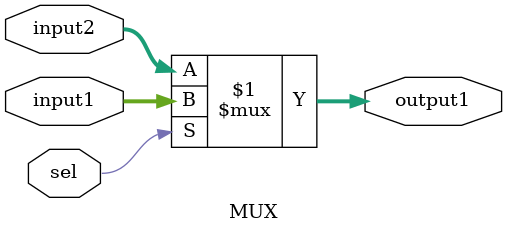
<source format=v>
`timescale 1ns / 1ps


module MUX(
    input [31:0] input1,
    input [31:0] input2,
    input sel,
    output wire [31:0] output1
    );
    assign output1=sel?input1:input2;
endmodule

</source>
